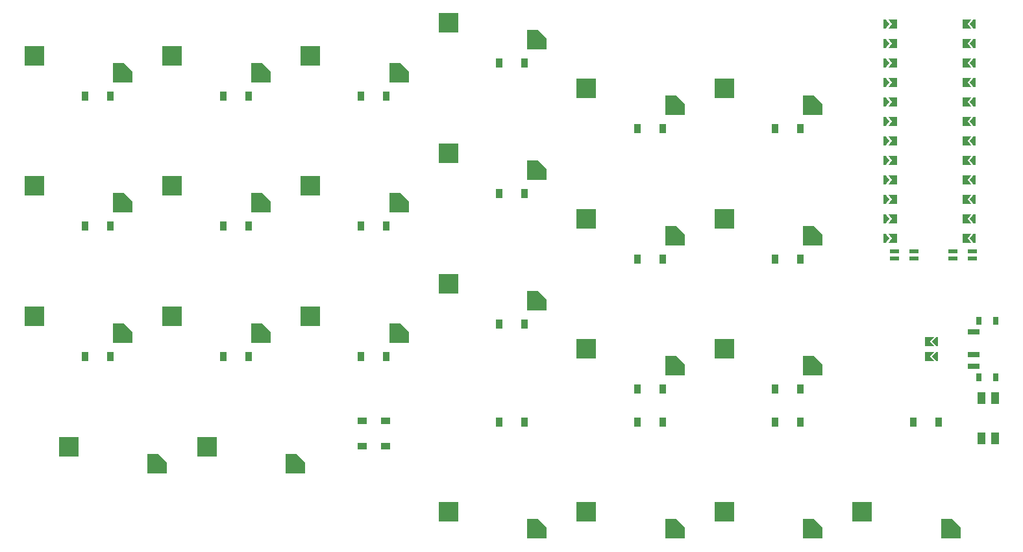
<source format=gbr>
%TF.GenerationSoftware,KiCad,Pcbnew,8.0.7*%
%TF.CreationDate,2025-01-05T11:09:37-06:00*%
%TF.ProjectId,omega_pcb_mbx_b0.2,6f6d6567-615f-4706-9362-5f6d62785f62,v1.0.0*%
%TF.SameCoordinates,Original*%
%TF.FileFunction,Paste,Bot*%
%TF.FilePolarity,Positive*%
%FSLAX46Y46*%
G04 Gerber Fmt 4.6, Leading zero omitted, Abs format (unit mm)*
G04 Created by KiCad (PCBNEW 8.0.7) date 2025-01-05 11:09:37*
%MOMM*%
%LPD*%
G01*
G04 APERTURE LIST*
G04 Aperture macros list*
%AMOutline5P*
0 Free polygon, 5 corners , with rotation*
0 The origin of the aperture is its center*
0 number of corners: always 5*
0 $1 to $10 corner X, Y*
0 $11 Rotation angle, in degrees counterclockwise*
0 create outline with 5 corners*
4,1,5,$1,$2,$3,$4,$5,$6,$7,$8,$9,$10,$1,$2,$11*%
%AMOutline6P*
0 Free polygon, 6 corners , with rotation*
0 The origin of the aperture is its center*
0 number of corners: always 6*
0 $1 to $12 corner X, Y*
0 $13 Rotation angle, in degrees counterclockwise*
0 create outline with 6 corners*
4,1,6,$1,$2,$3,$4,$5,$6,$7,$8,$9,$10,$11,$12,$1,$2,$13*%
%AMOutline7P*
0 Free polygon, 7 corners , with rotation*
0 The origin of the aperture is its center*
0 number of corners: always 7*
0 $1 to $14 corner X, Y*
0 $15 Rotation angle, in degrees counterclockwise*
0 create outline with 7 corners*
4,1,7,$1,$2,$3,$4,$5,$6,$7,$8,$9,$10,$11,$12,$13,$14,$1,$2,$15*%
%AMOutline8P*
0 Free polygon, 8 corners , with rotation*
0 The origin of the aperture is its center*
0 number of corners: always 8*
0 $1 to $16 corner X, Y*
0 $17 Rotation angle, in degrees counterclockwise*
0 create outline with 8 corners*
4,1,8,$1,$2,$3,$4,$5,$6,$7,$8,$9,$10,$11,$12,$13,$14,$15,$16,$1,$2,$17*%
%AMFreePoly0*
4,1,6,0.600000,-1.000000,0.000000,-0.400000,-0.600000,-1.000000,-0.600000,0.250000,0.600000,0.250000,0.600000,-1.000000,0.600000,-1.000000,$1*%
%AMFreePoly1*
4,1,6,0.600000,-0.200000,0.600000,-0.400000,-0.600000,-0.400000,-0.600000,-0.200000,0.000000,0.400000,0.600000,-0.200000,0.600000,-0.200000,$1*%
%AMFreePoly2*
4,1,6,0.250000,0.000000,-0.250000,-0.625000,-0.500000,-0.625000,-0.500000,0.625000,-0.250000,0.625000,0.250000,0.000000,0.250000,0.000000,$1*%
%AMFreePoly3*
4,1,6,0.500000,-0.625000,-0.650000,-0.625000,-0.150000,0.000000,-0.650000,0.625000,0.500000,0.625000,0.500000,-0.625000,0.500000,-0.625000,$1*%
G04 Aperture macros list end*
%ADD10R,0.900000X1.200000*%
%ADD11R,1.200000X0.600000*%
%ADD12R,1.200000X0.900000*%
%ADD13Outline5P,-1.300000X1.300000X1.300000X1.300000X1.300000X-1.300000X-0.117000X-1.300000X-1.300000X-0.117000X180.000000*%
%ADD14R,2.600000X2.600000*%
%ADD15R,1.000000X1.550000*%
%ADD16FreePoly0,90.000000*%
%ADD17FreePoly1,90.000000*%
%ADD18FreePoly2,180.000000*%
%ADD19FreePoly2,0.000000*%
%ADD20FreePoly3,0.000000*%
%ADD21FreePoly3,180.000000*%
%ADD22R,0.800000X1.000000*%
%ADD23R,1.500000X0.700000*%
G04 APERTURE END LIST*
D10*
%TO.C,D21*%
X131650000Y-97500000D03*
X128350000Y-97500000D03*
%TD*%
%TO.C,D6*%
X59650000Y-55000000D03*
X56350000Y-55000000D03*
%TD*%
%TO.C,D18*%
X131650000Y-59250000D03*
X128350000Y-59250000D03*
%TD*%
%TO.C,D10*%
X95650000Y-84750000D03*
X92350000Y-84750000D03*
%TD*%
%TO.C,D16*%
X131650000Y-93250000D03*
X128350000Y-93250000D03*
%TD*%
%TO.C,D7*%
X77650000Y-89000000D03*
X74350000Y-89000000D03*
%TD*%
%TO.C,D2*%
X41650000Y-72000000D03*
X38350000Y-72000000D03*
%TD*%
%TO.C,D3*%
X41650000Y-55000000D03*
X38350000Y-55000000D03*
%TD*%
%TO.C,D17*%
X131650000Y-76250000D03*
X128350000Y-76250000D03*
%TD*%
D11*
%TO.C,DISP1*%
X154080000Y-76200000D03*
X151540000Y-76200000D03*
X146460000Y-76200000D03*
X143920000Y-76200000D03*
X154080000Y-75300000D03*
X151540000Y-75300000D03*
X146460000Y-75300000D03*
X143920000Y-75300000D03*
%TD*%
D10*
%TO.C,D1*%
X41650000Y-89000000D03*
X38350000Y-89000000D03*
%TD*%
%TO.C,D8*%
X77650000Y-72000000D03*
X74350000Y-72000000D03*
%TD*%
%TO.C,D22*%
X149650000Y-97500000D03*
X146350000Y-97500000D03*
%TD*%
D12*
%TO.C,D23*%
X77500000Y-97350000D03*
X77500000Y-100650000D03*
%TD*%
D10*
%TO.C,D4*%
X59650000Y-89000000D03*
X56350000Y-89000000D03*
%TD*%
%TO.C,D13*%
X113650000Y-93250000D03*
X110350000Y-93250000D03*
%TD*%
%TO.C,D12*%
X95650000Y-50750000D03*
X92350000Y-50750000D03*
%TD*%
%TO.C,D19*%
X95650000Y-97500000D03*
X92350000Y-97500000D03*
%TD*%
%TO.C,D11*%
X95650000Y-67750000D03*
X92350000Y-67750000D03*
%TD*%
D12*
%TO.C,D24*%
X74500000Y-97350000D03*
X74500000Y-100650000D03*
%TD*%
D10*
%TO.C,D9*%
X77650000Y-55000000D03*
X74350000Y-55000000D03*
%TD*%
%TO.C,D20*%
X113650000Y-97500000D03*
X110350000Y-97500000D03*
%TD*%
%TO.C,D15*%
X113650000Y-59250000D03*
X110350000Y-59250000D03*
%TD*%
%TO.C,D14*%
X113650000Y-76250000D03*
X110350000Y-76250000D03*
%TD*%
%TO.C,D5*%
X59650000Y-72000000D03*
X56350000Y-72000000D03*
%TD*%
D13*
%TO.C,S21*%
X97275000Y-111450000D03*
D14*
X85725000Y-109250000D03*
%TD*%
D15*
%TO.C,RST1*%
X157000000Y-94375000D03*
X155300000Y-94375000D03*
X157000000Y-99625000D03*
X155300000Y-99625000D03*
%TD*%
D13*
%TO.C,S20*%
X65775000Y-102950000D03*
D14*
X54225000Y-100750000D03*
%TD*%
D13*
%TO.C,S5*%
X61275000Y-68950000D03*
D14*
X49725000Y-66750000D03*
%TD*%
D13*
%TO.C,S13*%
X115275000Y-90200000D03*
D14*
X103725000Y-88000000D03*
%TD*%
D13*
%TO.C,S4*%
X61275000Y-85950000D03*
D14*
X49725000Y-83750000D03*
%TD*%
D13*
%TO.C,S6*%
X61275000Y-51950000D03*
D14*
X49725000Y-49750000D03*
%TD*%
D13*
%TO.C,S11*%
X97275000Y-64700000D03*
D14*
X85725000Y-62500000D03*
%TD*%
D13*
%TO.C,S12*%
X97275000Y-47700000D03*
D14*
X85725000Y-45500000D03*
%TD*%
D13*
%TO.C,S2*%
X43275000Y-68950000D03*
D14*
X31725000Y-66750000D03*
%TD*%
D13*
%TO.C,S3*%
X43275000Y-51950000D03*
D14*
X31725000Y-49750000D03*
%TD*%
D16*
%TO.C,JST1*%
X148184000Y-89000000D03*
X148184000Y-87000000D03*
D17*
X149200000Y-87000000D03*
X149200000Y-89000000D03*
%TD*%
D18*
%TO.C,MCU1*%
X154000000Y-45650000D03*
X154000000Y-48190000D03*
X154000000Y-50730000D03*
X154000000Y-53270000D03*
X154000000Y-55810000D03*
X154000000Y-58350000D03*
X154000000Y-60890000D03*
X154000000Y-63430000D03*
X154000000Y-65970000D03*
X154000000Y-68510000D03*
X154000000Y-71050000D03*
X154000000Y-73590000D03*
D19*
X143000000Y-73590000D03*
X143000000Y-71050000D03*
X143000000Y-68510000D03*
X143000000Y-65970000D03*
X143000000Y-63430000D03*
X143000000Y-60890000D03*
X143000000Y-58350000D03*
X143000000Y-55810000D03*
X143000000Y-53270000D03*
X143000000Y-50730000D03*
X143000000Y-48190000D03*
X143000000Y-45650000D03*
D20*
X143725000Y-45650000D03*
X143725000Y-48190000D03*
X143725000Y-50730000D03*
X143725000Y-53270000D03*
X143725000Y-55810000D03*
X143725000Y-58350000D03*
X143725000Y-60890000D03*
X143725000Y-63430000D03*
X143725000Y-65970000D03*
X143725000Y-68510000D03*
X143725000Y-71050000D03*
X143725000Y-73590000D03*
D21*
X153275000Y-73590000D03*
X153275000Y-71050000D03*
X153275000Y-68510000D03*
X153275000Y-65970000D03*
X153275000Y-63430000D03*
X153275000Y-60890000D03*
X153275000Y-58350000D03*
X153275000Y-55810000D03*
X153275000Y-53270000D03*
X153275000Y-50730000D03*
X153275000Y-48190000D03*
X153275000Y-45650000D03*
%TD*%
D13*
%TO.C,S18*%
X133275000Y-56200000D03*
D14*
X121725000Y-54000000D03*
%TD*%
D13*
%TO.C,S22*%
X115275000Y-111450000D03*
D14*
X103725000Y-109250000D03*
%TD*%
D13*
%TO.C,S7*%
X79275000Y-85950000D03*
D14*
X67725000Y-83750000D03*
%TD*%
D13*
%TO.C,S1*%
X43275000Y-85950000D03*
D14*
X31725000Y-83750000D03*
%TD*%
D13*
%TO.C,S24*%
X151275000Y-111450000D03*
D14*
X139725000Y-109250000D03*
%TD*%
D13*
%TO.C,S15*%
X115275000Y-56200000D03*
D14*
X103725000Y-54000000D03*
%TD*%
D13*
%TO.C,S19*%
X47775000Y-102950000D03*
D14*
X36225000Y-100750000D03*
%TD*%
D13*
%TO.C,S23*%
X133275000Y-111450000D03*
D14*
X121725000Y-109250000D03*
%TD*%
D13*
%TO.C,S17*%
X133275000Y-73200000D03*
D14*
X121725000Y-71000000D03*
%TD*%
D22*
%TO.C,PWR1*%
X154915000Y-84350000D03*
X154915000Y-91650000D03*
X157125000Y-84350000D03*
X157125000Y-91650000D03*
D23*
X154265000Y-85750000D03*
X154265000Y-88750000D03*
X154265000Y-90250000D03*
%TD*%
D13*
%TO.C,S9*%
X79275000Y-51950000D03*
D14*
X67725000Y-49750000D03*
%TD*%
D13*
%TO.C,S16*%
X133275000Y-90200000D03*
D14*
X121725000Y-88000000D03*
%TD*%
D13*
%TO.C,S10*%
X97275000Y-81700000D03*
D14*
X85725000Y-79500000D03*
%TD*%
D13*
%TO.C,S14*%
X115275000Y-73200000D03*
D14*
X103725000Y-71000000D03*
%TD*%
D13*
%TO.C,S8*%
X79275000Y-68950000D03*
D14*
X67725000Y-66750000D03*
%TD*%
M02*

</source>
